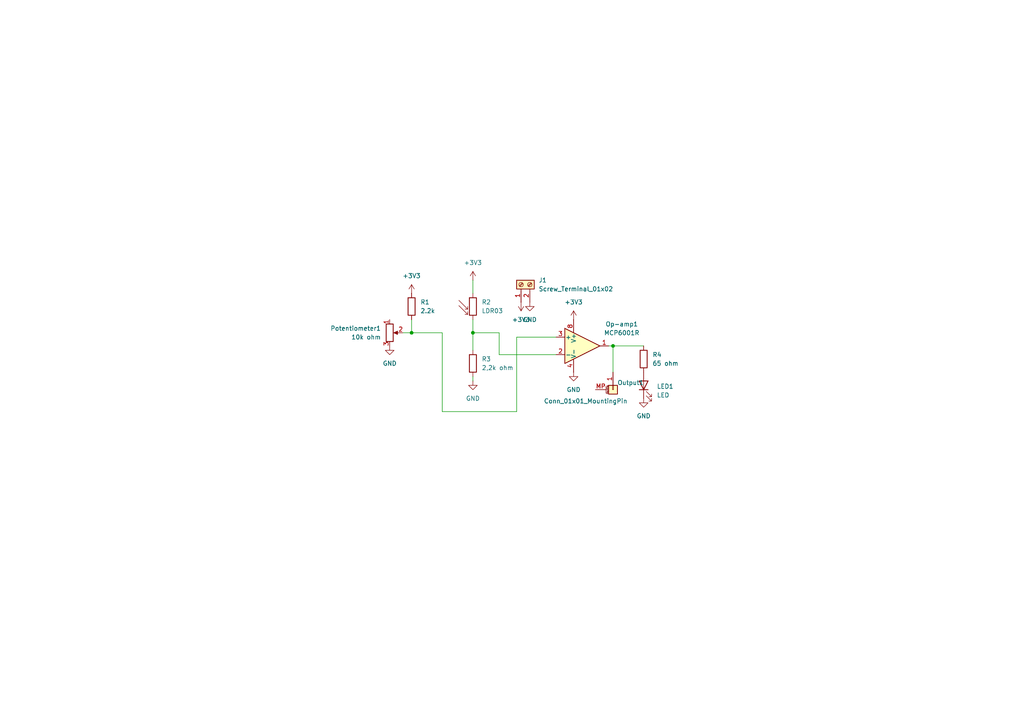
<source format=kicad_sch>
(kicad_sch (version 20231120) (generator "eeschema") (generator_version "8.0")
  (paper "A4")
  (lib_symbols
    (symbol "Amplifier_Operational:MCP6001R" (pin_names (offset 0.127))
      (property "Reference" "Op-amp1" (at 11.43 6.3186 0))
      (property "Value" "MCP6001R" (at 11.43 3.7786 0))
      (symbol "MCP6001R_0_1"
        (polyline (pts (xy -5.08 5.08) (xy 5.08 0) (xy -5.08 -5.08) (xy -5.08 5.08)) (stroke (width 0.254)) (fill (type background)))
      )
      (symbol "MCP6001R_1_1"
        (pin output line (at 7.62 0 180) (length 2.54) (name "~") (number "1"))
        (pin input line (at -7.62 -2.54 0) (length 2.54) (name "-") (number "2"))
        (pin input line (at -7.62 2.54 0) (length 2.54) (name "+") (number "3"))
        (pin power_in line (at -2.54 -7.62 90) (length 3.81) (name "V-") (number "4"))
        (pin power_in line (at -2.54 7.62 270) (length 3.81) (name "V+") (number "8"))
      )
    )
    (symbol "Connector:Screw_Terminal_01x02" (pin_names (offset 1.016) hide)
      (property "Reference" "J" (at 0 2.54 0))
      (property "Value" "Screw_Terminal_01x02" (at 0 -5.08 0))
      (symbol "Screw_Terminal_01x02_1_1"
        (rectangle (start -1.27 1.27) (end 1.27 -3.81) (stroke (width 0.254)) (fill (type background)))
        (circle (center 0 -2.54) (radius 0.635) (stroke (width 0.1524)))
        (polyline (pts (xy -0.5334 -2.2098) (xy 0.3302 -3.048)) (stroke (width 0.1524)))
        (polyline (pts (xy -0.5334 0.3302) (xy 0.3302 -0.508)) (stroke (width 0.1524)))
        (polyline (pts (xy -0.3556 -2.032) (xy 0.508 -2.8702)) (stroke (width 0.1524)))
        (polyline (pts (xy -0.3556 0.508) (xy 0.508 -0.3302)) (stroke (width 0.1524)))
        (circle (center 0 0) (radius 0.635) (stroke (width 0.1524)))
        (pin passive line (at -5.08 0 0) (length 3.81) (name "Pin_1") (number "1"))
        (pin passive line (at -5.08 -2.54 0) (length 3.81) (name "Pin_2") (number "2"))
      )
    )
    (symbol "Connector_Generic_MountingPin:Conn_01x01_MountingPin" (pin_names (offset 1.016) hide)
      (property "Reference" "J" (at 0 2.54 0))
      (property "Value" "Conn_01x01_MountingPin" (at 1.27 -2.54 0))
      (symbol "Conn_01x01_MountingPin_1_1"
        (rectangle (start -1.27 0.127) (end 0 -0.127) (stroke (width 0.1524)))
        (rectangle (start -1.27 1.27) (end 1.27 -1.27) (stroke (width 0.254)) (fill (type background)))
        (polyline (pts (xy -1.016 -2.032) (xy 1.016 -2.032)) (stroke (width 0.1524)))
        (text "Mounting" (at 0 -1.651 0) (effects (font (size 0.381 0.381))))
        (pin passive line (at -5.08 0 0) (length 3.81) (name "Pin_1") (number "1"))
        (pin passive line (at 0 -5.08 90) (length 3.048) (name "MountPin") (number "MP"))
      )
    )
    (symbol "Device:LED" (pin_numbers hide) (pin_names (offset 1.016) hide)
      (property "Reference" "D" (at 0 2.54 0))
      (property "Value" "LED" (at 0 -2.54 0))
      (symbol "LED_0_1"
        (polyline (pts (xy -1.27 -1.27) (xy -1.27 1.27)) (stroke (width 0.254)))
        (polyline (pts (xy -1.27 0) (xy 1.27 0)))
        (polyline (pts (xy 1.27 -1.27) (xy 1.27 1.27) (xy -1.27 0) (xy 1.27 -1.27)) (stroke (width 0.254)))
        (polyline (pts (xy -3.048 -0.762) (xy -4.572 -2.286) (xy -3.81 -2.286) (xy -4.572 -2.286) (xy -4.572 -1.524)))
        (polyline (pts (xy -1.778 -0.762) (xy -3.302 -2.286) (xy -2.54 -2.286) (xy -3.302 -2.286) (xy -3.302 -1.524)))
      )
      (symbol "LED_1_1"
        (pin passive line (at -3.81 0 0) (length 2.54) (name "K") (number "1"))
        (pin passive line (at 3.81 0 180) (length 2.54) (name "A") (number "2"))
      )
    )
    (symbol "Device:R" (pin_numbers hide) (pin_names (offset 0))
      (property "Reference" "R" (at 2.032 0 90))
      (property "Value" "R" (at 0 0 90))
      (symbol "R_0_1"
        (rectangle (start -1.016 -2.54) (end 1.016 2.54) (stroke (width 0.254)))
      )
      (symbol "R_1_1"
        (pin passive line (at 0 3.81 270) (length 1.27) (name "~") (number "1"))
        (pin passive line (at 0 -3.81 90) (length 1.27) (name "~") (number "2"))
      )
    )
    (symbol "Device:R_Potentiometer" (pin_names (offset 1.016) hide)
      (property "Reference" "RV" (at -4.445 0 90))
      (property "Value" "R_Potentiometer" (at -2.54 0 90))
      (symbol "R_Potentiometer_0_1"
        (polyline (pts (xy 2.54 0) (xy 1.524 0)))
        (polyline (pts (xy 1.143 0) (xy 2.286 0.508) (xy 2.286 -0.508) (xy 1.143 0)) (fill (type outline)))
        (rectangle (start 1.016 2.54) (end -1.016 -2.54) (stroke (width 0.254)))
      )
      (symbol "R_Potentiometer_1_1"
        (pin passive line (at 0 3.81 270) (length 1.27) (name "1") (number "1"))
        (pin passive line (at 3.81 0 180) (length 1.27) (name "2") (number "2"))
        (pin passive line (at 0 -3.81 90) (length 1.27) (name "3") (number "3"))
      )
    )
    (symbol "Sensor_Optical:LDR03" (pin_numbers hide) (pin_names (offset 0))
      (property "Reference" "R" (at -5.08 0 90))
      (property "Value" "LDR03" (at 1.905 0 90))
      (symbol "LDR03_0_1"
        (rectangle (start -1.016 2.54) (end 1.016 -2.54) (stroke (width 0.254)))
        (polyline (pts (xy -1.524 -2.286) (xy -4.064 0.254)))
        (polyline (pts (xy -1.524 -2.286) (xy -2.286 -2.286)))
        (polyline (pts (xy -1.524 -2.286) (xy -1.524 -1.524)))
        (polyline (pts (xy -1.524 -0.762) (xy -4.064 1.778)))
        (polyline (pts (xy -1.524 -0.762) (xy -2.286 -0.762)))
        (polyline (pts (xy -1.524 -0.762) (xy -1.524 0)))
      )
      (symbol "LDR03_1_1"
        (pin passive line (at 0 3.81 270) (length 1.27) (name "~") (number "1"))
        (pin passive line (at 0 -3.81 90) (length 1.27) (name "~") (number "2"))
      )
    )
    (symbol "power:+3V3" (power) (pin_numbers hide) (pin_names (offset 0) hide)
      (property "Value" "+3V3" (at 0 3.556 0))
      (symbol "+3V3_0_1"
        (polyline (pts (xy -0.762 1.27) (xy 0 2.54)))
        (polyline (pts (xy 0 0) (xy 0 2.54)))
        (polyline (pts (xy 0 2.54) (xy 0.762 1.27)))
      )
      (symbol "+3V3_1_1"
        (pin power_in line (at 0 0 90) (length 0) (name "~") (number "1"))
      )
    )
    (symbol "power:GND" (power) (pin_numbers hide) (pin_names (offset 0) hide)
      (property "Value" "GND" (at 0 -3.81 0))
      (symbol "GND_0_1"
        (polyline (pts (xy 0 0) (xy 0 -1.27) (xy 1.27 -1.27) (xy 0 -2.54) (xy -1.27 -1.27) (xy 0 -1.27)))
      )
      (symbol "GND_1_1"
        (pin power_in line (at 0 0 270) (length 0) (name "~") (number "1"))
      )
    )
  )
  (junction (at 119.38 96.52))
  (junction (at 177.8 100.33))
  (junction (at 137.16 96.52))
  (wire (pts (xy 149.86 97.79) (xy 149.86 119.38)))
  (wire (pts (xy 176.53 100.33) (xy 177.8 100.33)))
  (wire (pts (xy 137.16 92.71) (xy 137.16 96.52)))
  (wire (pts (xy 119.38 92.71) (xy 119.38 96.52)))
  (wire (pts (xy 116.84 96.52) (xy 119.38 96.52)))
  (wire (pts (xy 137.16 96.52) (xy 137.16 101.6)))
  (wire (pts (xy 128.27 119.38) (xy 149.86 119.38)))
  (wire (pts (xy 128.27 96.52) (xy 128.27 119.38)))
  (wire (pts (xy 137.16 109.22) (xy 137.16 110.49)))
  (wire (pts (xy 177.8 100.33) (xy 186.69 100.33)))
  (wire (pts (xy 144.78 102.87) (xy 144.78 96.52)))
  (wire (pts (xy 137.16 81.28) (xy 137.16 85.09)))
  (wire (pts (xy 161.29 102.87) (xy 144.78 102.87)))
  (wire (pts (xy 161.29 97.79) (xy 149.86 97.79)))
  (wire (pts (xy 177.8 100.33) (xy 177.8 107.95)))
  (wire (pts (xy 119.38 96.52) (xy 128.27 96.52)))
  (wire (pts (xy 144.78 96.52) (xy 137.16 96.52)))
  (symbol (lib_id "Device:R") (at 137.16 105.41 0) (unit 1)
    (property "Reference" "R3" (at 139.7 104.1399 0) (effects (justify left)))
    (property "Value" "2,2k ohm" (at 139.7 106.6799 0) (effects (justify left)))
    (property "Footprint" "Resistor_THT:R_Axial_DIN0204_L3.6mm_D1.6mm_P7.62mm_Horizontal" (effects (hide yes)))
    (property "Description" "Resistor" (effects (hide yes)))
  )
  (symbol (lib_id "power:+3V3") (at 119.38 85.09 0) (unit 1)
    (property "Reference" "#PWR02" (effects (hide yes)))
    (property "Value" "+3V3" (at 119.38 80.01 0))
    (property "Description" "Power symbol creates a global label with name \"+3V3\"" (effects (hide yes)))
  )
  (symbol (lib_id "power:GND") (at 137.16 110.49 0) (unit 1)
    (property "Reference" "#PWR04" (effects (hide yes)))
    (property "Value" "GND" (at 137.16 115.57 0))
    (property "Description" "Power symbol creates a global label with name \"GND\" , ground" (effects (hide yes)))
  )
  (symbol (lib_id "Connector_Generic_MountingPin:Conn_01x01_MountingPin") (at 177.8 113.03 270) (unit 1)
    (property "Reference" "Output1" (at 179.07 110.998 90) (effects (justify left)))
    (property "Value" "Conn_01x01_MountingPin" (at 157.734 116.332 90) (effects (justify left)))
    (property "Footprint" "Connector_PinSocket_2.54mm:PinSocket_1x01_P2.54mm_Vertical" (effects (hide yes)))
    (property "Description" "Generic connectable mounting pin connector, single row, 01x01, script generated (kicad-library-utils/schlib/autogen/connector/)" (effects (hide yes)))
  )
  (symbol (lib_id "power:GND") (at 113.03 100.33 0) (unit 1)
    (property "Reference" "#PWR01" (effects (hide yes)))
    (property "Value" "GND" (at 113.03 105.41 0))
    (property "Description" "Power symbol creates a global label with name \"GND\" , ground" (effects (hide yes)))
  )
  (symbol (lib_id "Device:R_Potentiometer") (at 113.03 96.52 0) (unit 1)
    (property "Reference" "Potentiometer1" (at 110.49 95.2499 0) (effects (justify right)))
    (property "Value" "10k ohm" (at 110.49 97.7899 0) (effects (justify right)))
    (property "Footprint" "Potentiometer_THT:Potentiometer_Runtron_RM-065_Vertical" (effects (hide yes)))
    (property "Description" "Potentiometer" (effects (hide yes)))
  )
  (symbol (lib_id "power:+3V3") (at 166.37 92.71 0) (unit 1)
    (property "Reference" "#PWR05" (effects (hide yes)))
    (property "Value" "+3V3" (at 166.37 87.63 0))
    (property "Description" "Power symbol creates a global label with name \"+3V3\"" (effects (hide yes)))
  )
  (symbol (lib_id "Device:LED") (at 186.69 111.76 90) (unit 1)
    (property "Reference" "LED1" (at 190.5 112.0774 90) (effects (justify right)))
    (property "Value" "LED" (at 190.5 114.6174 90) (effects (justify right)))
    (property "Footprint" "LED_THT:LED_D1.8mm_W3.3mm_H2.4mm" (effects (hide yes)))
    (property "Description" "Light emitting diode" (effects (hide yes)))
  )
  (symbol (lib_id "power:GND") (at 166.37 107.95 0) (unit 1)
    (property "Reference" "#PWR06" (effects (hide yes)))
    (property "Value" "GND" (at 166.37 113.03 0))
    (property "Description" "Power symbol creates a global label with name \"GND\" , ground" (effects (hide yes)))
  )
  (symbol (lib_id "Device:R") (at 186.69 104.14 0) (unit 1)
    (property "Reference" "R4" (at 189.23 102.8699 0) (effects (justify left)))
    (property "Value" "65 ohm" (at 189.23 105.4099 0) (effects (justify left)))
    (property "Footprint" "Resistor_THT:R_Axial_DIN0204_L3.6mm_D1.6mm_P7.62mm_Horizontal" (effects (hide yes)))
    (property "Description" "Resistor" (effects (hide yes)))
  )
  (symbol (lib_id "power:+3V3") (at 137.16 81.28 0) (unit 1)
    (property "Reference" "#PWR03" (effects (hide yes)))
    (property "Value" "+3V3" (at 137.16 76.2 0))
    (property "Description" "Power symbol creates a global label with name \"+3V3\"" (effects (hide yes)))
  )
  (symbol (lib_id "Amplifier_Operational:MCP6001R") (at 168.91 100.33 0) (unit 1)
    (property "Reference" "Op-amp1" (at 180.34 94.0114 0))
    (property "Value" "MCP6001R" (at 180.34 96.5514 0))
    (property "Footprint" "Package_DIP:DIP-8_W7.62mm" (effects (hide yes)))
    (property "Datasheet" "https://ww1.microchip.com/downloads/en/DeviceDoc/MCP6001-1R-1U-2-4-1-MHz-Low-Power-Op-Amp-DS20001733L.pdf" (effects (hide yes)))
    (property "Description" "1MHz, Low-Power Op Amp, SOT-23-5" (effects (hide yes)))
  )
  (symbol (lib_id "Device:R") (at 119.38 88.9 0) (unit 1)
    (property "Reference" "R1" (at 121.92 87.6299 0) (effects (justify left)))
    (property "Value" "2.2k" (at 121.92 90.1699 0) (effects (justify left)))
    (property "Footprint" "Resistor_THT:R_Axial_DIN0204_L3.6mm_D1.6mm_P7.62mm_Horizontal" (effects (hide yes)))
    (property "Description" "Resistor" (effects (hide yes)))
  )
  (symbol (lib_id "power:+3V3") (at 151.13 87.63 180) (unit 1)
    (property "Reference" "#PWR08" (effects (hide yes)))
    (property "Value" "+3V3" (at 151.13 92.71 0))
    (property "Description" "Power symbol creates a global label with name \"+3V3\"" (effects (hide yes)))
  )
  (symbol (lib_id "Sensor_Optical:LDR03") (at 137.16 88.9 0) (unit 1)
    (property "Reference" "R2" (at 139.7 87.6299 0) (effects (justify left)))
    (property "Value" "LDR03" (at 139.7 90.1699 0) (effects (justify left)))
    (property "Footprint" "Connector_PinSocket_2.54mm:PinSocket_1x02_P2.54mm_Vertical" (effects (hide yes)))
    (property "Datasheet" "http://www.elektronica-componenten.nl/WebRoot/StoreNL/Shops/61422969/54F1/BA0C/C664/31B9/2173/C0A8/2AB9/2AEF/LDR03IMP.pdf" (effects (hide yes)))
    (property "Description" "light dependent resistor" (effects (hide yes)))
  )
  (symbol (lib_id "Connector:Screw_Terminal_01x02") (at 151.13 82.55 90) (unit 1)
    (property "Reference" "J1" (at 156.21 81.2799 90) (effects (justify right)))
    (property "Value" "Screw_Terminal_01x02" (at 156.21 83.8199 90) (effects (justify right)))
    (property "Footprint" "Connector_PinSocket_2.54mm:PinSocket_1x02_P2.54mm_Vertical" (effects (hide yes)))
    (property "Description" "Generic screw terminal, single row, 01x02, script generated (kicad-library-utils/schlib/autogen/connector/)" (effects (hide yes)))
  )
  (symbol (lib_id "power:GND") (at 153.67 87.63 0) (unit 1)
    (property "Reference" "#PWR09" (effects (hide yes)))
    (property "Value" "GND" (at 153.67 92.71 0))
    (property "Description" "Power symbol creates a global label with name \"GND\" , ground" (effects (hide yes)))
  )
  (symbol (lib_id "power:GND") (at 186.69 115.57 0) (unit 1)
    (property "Reference" "#PWR07" (effects (hide yes)))
    (property "Value" "GND" (at 186.69 120.65 0))
    (property "Description" "Power symbol creates a global label with name \"GND\" , ground" (effects (hide yes)))
  )
)
</source>
